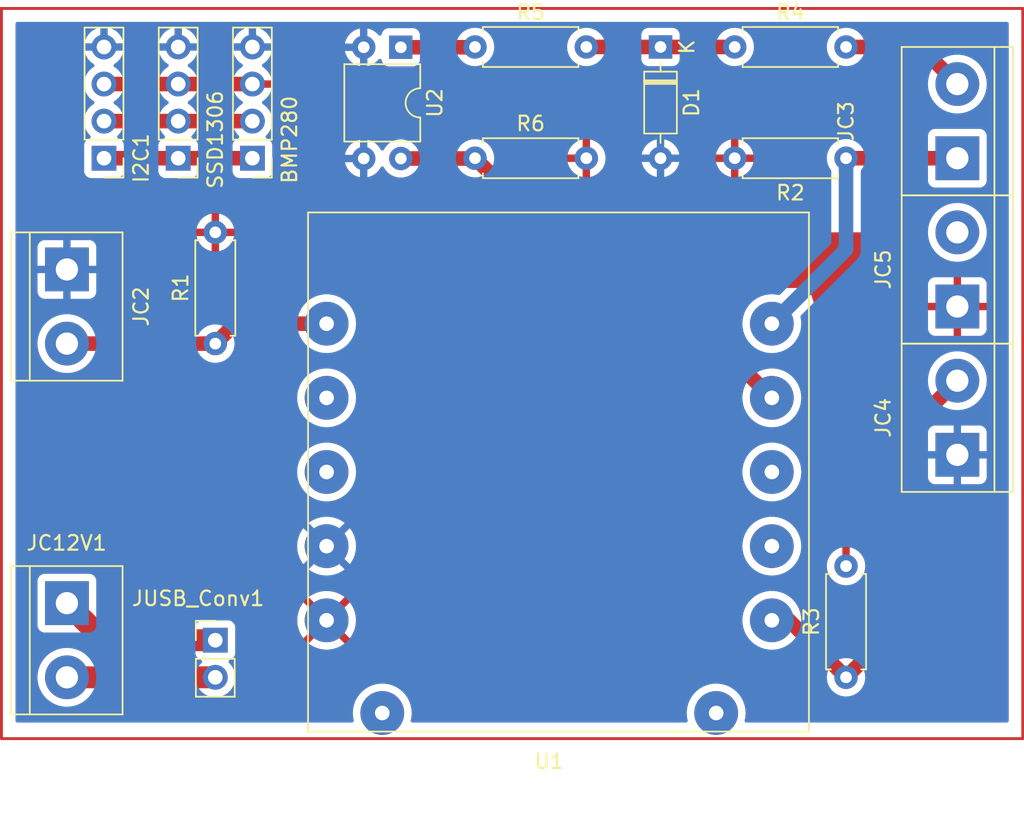
<source format=kicad_pcb>
(kicad_pcb (version 20211014) (generator pcbnew)
  (layers (0 "F.Cu" signal) (31 "B.Cu" signal) (34 "B.Paste" user) (35 "F.Paste" user) (36 "B.SilkS" user "B.Silkscreen") (37 "F.SilkS" user "F.Silkscreen") (38 "B.Mask" user) (39 "F.Mask" user) (44 "Edge.Cuts" user))
  (net 0 "")
  (net 1 "GND")
  (net 2 "VCC")
  (net 3 "SCL")
  (net 4 "SDA")
  (net 5 "Tank_Gauge")
  (net 6 "Alternator W")
  (net 7 "DS18B20 Sensor")
  (net 8 "Net-(JC12V1-Pad1)")
  (net 9 "FAE31020 Sensor")
  (net 15 "Net-(R4-Pad1)")
  (net 16 "Net-(U2-Pad1)")
  (net 17 "Net-(JUSB_Conv1-Pad2)")
  (net 18 "Net-(R6-Pad1)")
  (footprint "Connector_PinHeader_2.54mm:PinHeader_1x04_P2.54mm_Vertical" (layer "F.Cu") (at 104.14 53.34 180)
    (fp_text reference "SSD1306" (at -2.54 1.27 90) (layer "F.SilkS"))
    (fp_text value "SSD1306" hide)
    (fp_line (start -1.33 8.95) (end 1.33 8.95) (layer "F.SilkS") (width 0.12))
    (fp_line (start -1.33 1.27) (end -1.33 8.95) (layer "F.SilkS") (width 0.12))
    (fp_line (start -1.33 0) (end -1.33 -1.33) (layer "F.SilkS") (width 0.12))
    (fp_line (start 1.33 1.27) (end 1.33 8.95) (layer "F.SilkS") (width 0.12))
    (fp_line (start -1.33 -1.33) (end 0 -1.33) (layer "F.SilkS") (width 0.12))
    (fp_line (start -1.33 1.27) (end 1.33 1.27) (layer "F.SilkS") (width 0.12))
    (pad "1" thru_hole rect (at 0 0 180) (size 1.7 1.7) (drill 1) (layers *.Cu *.Mask) (net 4 "SDA"))
    (pad "2" thru_hole oval (at 0 2.54 180) (size 1.7 1.7) (drill 1) (layers *.Cu *.Mask) (net 3 "SCL"))
    (pad "3" thru_hole oval (at 0 5.08 180) (size 1.7 1.7) (drill 1) (layers *.Cu *.Mask) (net 2 "VCC"))
    (pad "4" thru_hole oval (at 0 7.62 180) (size 1.7 1.7) (drill 1) (layers *.Cu *.Mask) (net 1 "GND"))
  )
  (footprint "Resistor_THT:R_Axial_DIN0207_L6.3mm_D2.5mm_P7.62mm_Horizontal" (layer "F.Cu") (at 142.24 45.72)
    (fp_text reference "R4" (at 3.81 -2.37) (layer "F.SilkS"))
    (fp_text value "4.7K")
    (fp_line (start 0.54 -1.04) (end 0.54 -1.37) (layer "F.SilkS") (width 0.12))
    (fp_line (start 7.08 1.37) (end 7.08 1.04) (layer "F.SilkS") (width 0.12))
    (fp_line (start 0.54 -1.37) (end 7.08 -1.37) (layer "F.SilkS") (width 0.12))
    (fp_line (start 0.54 1.04) (end 0.54 1.37) (layer "F.SilkS") (width 0.12))
    (fp_line (start 0.54 1.37) (end 7.08 1.37) (layer "F.SilkS") (width 0.12))
    (fp_line (start 7.08 -1.37) (end 7.08 -1.04) (layer "F.SilkS") (width 0.12))
    (pad "1" thru_hole circle (at 0 0) (size 1.6 1.6) (drill 0.8) (layers *.Cu *.Mask) (net 15 "Net-(R4-Pad1)"))
    (pad "2" thru_hole oval (at 7.62 0) (size 1.6 1.6) (drill 0.8) (layers *.Cu *.Mask) (net 6 "Alternator W"))
  )
  (footprint "DFRobot - Modules:Beetle ESP32 (DFR0575)" (layer "F.Cu") (at 129.54 95.155)
    (fp_text reference "U1" (at 0 -0.5 unlocked) (layer "F.SilkS"))
    (fp_text value "DFR0575")
    (fp_line (start 17.78 -38.1) (end -16.51 -38.1) (layer "F.SilkS") (width 0.12))
    (fp_line (start 17.78 -2.54) (end 17.78 -38.1) (layer "F.SilkS") (width 0.12))
    (fp_line (start 0 -2.54) (end 17.78 -2.54) (layer "F.SilkS") (width 0.12))
    (fp_line (start -16.51 -2.54) (end 0 -2.54) (layer "F.SilkS") (width 0.12))
    (fp_line (start -16.51 -38.1) (end -16.51 -2.54) (layer "F.SilkS") (width 0.12))
    (pad "3V3" thru_hole circle (at -15.24 -10.16) (size 3 3) (drill 1) (layers *.Cu *.Mask) (net 2 "VCC"))
    (pad "A0" thru_hole circle (at -15.24 -20.32) (size 3 3) (drill 1) (layers *.Cu *.Mask))
    (pad "A1" thru_hole circle (at -15.24 -25.4) (size 3 3) (drill 1) (layers *.Cu *.Mask))
    (pad "A2" thru_hole circle (at -15.24 -30.48) (size 3 3) (drill 1) (layers *.Cu *.Mask) (net 5 "Tank_Gauge"))
    (pad "A3" thru_hole circle (at 15.24 -30.48) (size 3 3) (drill 1) (layers *.Cu *.Mask) (net 9 "FAE31020 Sensor"))
    (pad "D2" thru_hole circle (at 15.24 -25.4) (size 3 3) (drill 1) (layers *.Cu *.Mask) (net 18 "Net-(R6-Pad1)"))
    (pad "D3" thru_hole circle (at 15.24 -20.32) (size 3 3) (drill 1) (layers *.Cu *.Mask))
    (pad "D4" thru_hole circle (at 15.24 -15.24) (size 3 3) (drill 1) (layers *.Cu *.Mask))
    (pad "D7" thru_hole circle (at 15.24 -10.16) (size 3 3) (drill 1) (layers *.Cu *.Mask) (net 7 "DS18B20 Sensor"))
    (pad "GND1" thru_hole circle (at -15.24 -15.24) (size 3 3) (drill 1) (layers *.Cu *.Mask) (net 1 "GND"))
    (pad "GND2" thru_hole circle (at -11.43 -3.81) (size 3 3) (drill 1) (layers *.Cu *.Mask))
    (pad "RX" smd rect (at 3.81 -25.4) (size 3 3) (layers "F.Cu" "F.Paste" "F.Mask"))
    (pad "SCL" smd rect (at -3.81 -30.48) (size 3 3) (layers "F.Cu" "F.Paste" "F.Mask") (net 3 "SCL"))
    (pad "SDA" smd rect (at -3.81 -25.4) (size 3 3) (layers "F.Cu" "F.Paste" "F.Mask") (net 4 "SDA"))
    (pad "TX" smd rect (at 3.81 -30.48) (size 3 3) (layers "F.Cu" "F.Paste" "F.Mask"))
    (pad "VIN" thru_hole circle (at 11.43 -3.81) (size 3 3) (drill 1) (layers *.Cu *.Mask))
  )
  (footprint "Resistor_THT:R_Axial_DIN0207_L6.3mm_D2.5mm_P7.62mm_Horizontal" (layer "F.Cu") (at 106.68 66.04 90)
    (fp_text reference "R1" (at 3.81 -2.37 90) (layer "F.SilkS"))
    (fp_text value "100")
    (fp_line (start 0.54 -1.04) (end 0.54 -1.37) (layer "F.SilkS") (width 0.12))
    (fp_line (start 7.08 -1.37) (end 7.08 -1.04) (layer "F.SilkS") (width 0.12))
    (fp_line (start 0.54 1.04) (end 0.54 1.37) (layer "F.SilkS") (width 0.12))
    (fp_line (start 0.54 -1.37) (end 7.08 -1.37) (layer "F.SilkS") (width 0.12))
    (fp_line (start 7.08 1.37) (end 7.08 1.04) (layer "F.SilkS") (width 0.12))
    (fp_line (start 0.54 1.37) (end 7.08 1.37) (layer "F.SilkS") (width 0.12))
    (pad "1" thru_hole circle (at 0 0 90) (size 1.6 1.6) (drill 0.8) (layers *.Cu *.Mask) (net 5 "Tank_Gauge"))
    (pad "2" thru_hole oval (at 7.62 0 90) (size 1.6 1.6) (drill 0.8) (layers *.Cu *.Mask) (net 2 "VCC"))
  )
  (footprint "TerminalBlock:TerminalBlock_bornier-2_P5.08mm" (layer "F.Cu") (at 157.48 53.34 90)
    (fp_text reference "JC3" (at 2.54 -7.62 90) (layer "F.SilkS"))
    (fp_text value "Screw_Terminal_01x02" hide)
    (fp_line (start 7.62 2.54) (end -2.54 2.54) (layer "F.SilkS") (width 0.12))
    (fp_line (start 7.62 3.81) (end 7.62 -3.81) (layer "F.SilkS") (width 0.12))
    (fp_line (start 7.62 -3.81) (end -2.54 -3.81) (layer "F.SilkS") (width 0.12))
    (fp_line (start -2.54 3.81) (end 7.62 3.81) (layer "F.SilkS") (width 0.12))
    (fp_line (start -2.54 -3.81) (end -2.54 3.81) (layer "F.SilkS") (width 0.12))
    (pad "1" thru_hole rect (at 0 0 90) (size 3 3) (drill 1.52) (layers *.Cu *.Mask) (net 9 "FAE31020 Sensor"))
    (pad "2" thru_hole circle (at 5.08 0 90) (size 3 3) (drill 1.52) (layers *.Cu *.Mask) (net 6 "Alternator W"))
  )
  (footprint "TerminalBlock:TerminalBlock_bornier-2_P5.08mm" (layer "F.Cu") (at 157.48 73.66 90)
    (fp_text reference "JC4" (at 2.54 -5.08 90) (layer "F.SilkS"))
    (fp_text value "Screw_Terminal_01x02" hide)
    (fp_line (start 7.62 2.54) (end -2.54 2.54) (layer "F.SilkS") (width 0.12))
    (fp_line (start 7.62 3.81) (end 7.62 -3.81) (layer "F.SilkS") (width 0.12))
    (fp_line (start -2.54 -3.81) (end -2.54 3.81) (layer "F.SilkS") (width 0.12))
    (fp_line (start 7.62 -3.81) (end -2.54 -3.81) (layer "F.SilkS") (width 0.12))
    (fp_line (start -2.54 3.81) (end 7.62 3.81) (layer "F.SilkS") (width 0.12))
    (pad "1" thru_hole rect (at 0 0 90) (size 3 3) (drill 1.52) (layers *.Cu *.Mask) (net 1 "GND"))
    (pad "2" thru_hole circle (at 5.08 0 90) (size 3 3) (drill 1.52) (layers *.Cu *.Mask) (net 7 "DS18B20 Sensor"))
  )
  (footprint "TerminalBlock:TerminalBlock_bornier-2_P5.08mm" (layer "F.Cu") (at 96.52 60.96 -90)
    (fp_text reference "JC2" (at 2.54 -5.08 90) (layer "F.SilkS"))
    (fp_text value "Screw_Terminal_01x02" hide)
    (fp_line (start 7.62 2.54) (end -2.54 2.54) (layer "F.SilkS") (width 0.12))
    (fp_line (start -2.54 -3.81) (end -2.54 3.81) (layer "F.SilkS") (width 0.12))
    (fp_line (start 7.62 -3.81) (end -2.54 -3.81) (layer "F.SilkS") (width 0.12))
    (fp_line (start -2.54 3.81) (end 7.62 3.81) (layer "F.SilkS") (width 0.12))
    (fp_line (start 7.62 3.81) (end 7.62 -3.81) (layer "F.SilkS") (width 0.12))
    (pad "1" thru_hole rect (at 0 0 270) (size 3 3) (drill 1.52) (layers *.Cu *.Mask) (net 1 "GND"))
    (pad "2" thru_hole circle (at 5.08 0 270) (size 3 3) (drill 1.52) (layers *.Cu *.Mask) (net 5 "Tank_Gauge"))
  )
  (footprint "Package_DIP:DIP-4_W7.62mm" (layer "F.Cu") (at 119.38 45.74 -90)
    (fp_text reference "U2" (at 3.81 -2.33 90) (layer "F.SilkS"))
    (fp_text value "SFH617A-1")
    (fp_line (start 6.46 3.87) (end 6.46 -1.33) (layer "F.SilkS") (width 0.12))
    (fp_line (start 6.46 -1.33) (end 4.81 -1.33) (layer "F.SilkS") (width 0.12))
    (fp_line (start 2.81 -1.33) (end 1.16 -1.33) (layer "F.SilkS") (width 0.12))
    (fp_line (start 1.16 -1.33) (end 1.16 3.87) (layer "F.SilkS") (width 0.12))
    (fp_line (start 1.16 3.87) (end 6.46 3.87) (layer "F.SilkS") (width 0.12))
    (fp_arc (start 4.81 -1.33) (mid 3.81 -0.33) (end 2.81 -1.33) (layer "F.SilkS") (width 0.12))
    (pad "1" thru_hole rect (at 0 0 270) (size 1.6 1.6) (drill 0.8) (layers *.Cu *.Mask) (net 16 "Net-(U2-Pad1)"))
    (pad "2" thru_hole oval (at 0 2.54 270) (size 1.6 1.6) (drill 0.8) (layers *.Cu *.Mask) (net 1 "GND"))
    (pad "3" thru_hole oval (at 7.62 2.54 270) (size 1.6 1.6) (drill 0.8) (layers *.Cu *.Mask) (net 1 "GND"))
    (pad "4" thru_hole oval (at 7.62 0 270) (size 1.6 1.6) (drill 0.8) (layers *.Cu *.Mask) (net 18 "Net-(R6-Pad1)"))
  )
  (footprint "TerminalBlock:TerminalBlock_bornier-2_P5.08mm" (layer "F.Cu") (at 96.52 83.82 -90)
    (fp_text reference "JC12V1" (at -4.12 0.02 180) (layer "F.SilkS"))
    (fp_text value "Screw_Terminal_01x02" hide)
    (fp_line (start -2.54 3.81) (end 7.62 3.81) (layer "F.SilkS") (width 0.12))
    (fp_line (start 7.62 3.81) (end 7.62 -3.81) (layer "F.SilkS") (width 0.12))
    (fp_line (start 7.62 -3.81) (end -2.54 -3.81) (layer "F.SilkS") (width 0.12))
    (fp_line (start 7.62 2.54) (end -2.54 2.54) (layer "F.SilkS") (width 0.12))
    (fp_line (start -2.54 -3.81) (end -2.54 3.81) (layer "F.SilkS") (width 0.12))
    (pad "1" thru_hole rect (at 0 0 270) (size 3 3) (drill 1.52) (layers *.Cu *.Mask) (net 8 "Net-(JC12V1-Pad1)"))
    (pad "2" thru_hole circle (at 5.08 0 270) (size 3 3) (drill 1.52) (layers *.Cu *.Mask) (net 17 "Net-(JUSB_Conv1-Pad2)"))
  )
  (footprint "Connector_PinHeader_2.54mm:PinHeader_1x02_P2.54mm_Vertical" (layer "F.Cu") (at 106.68 86.36)
    (fp_text reference "JUSB_Conv1" (at -1.18 -2.86) (layer "F.SilkS"))
    (fp_text value "Conn_01x02" hide)
    (fp_line (start -1.33 -1.33) (end 0 -1.33) (layer "F.SilkS") (width 0.12))
    (fp_line (start -1.33 3.87) (end 1.33 3.87) (layer "F.SilkS") (width 0.12))
    (fp_line (start -1.33 1.27) (end -1.33 3.87) (layer "F.SilkS") (width 0.12))
    (fp_line (start 1.33 1.27) (end 1.33 3.87) (layer "F.SilkS") (width 0.12))
    (fp_line (start -1.33 0) (end -1.33 -1.33) (layer "F.SilkS") (width 0.12))
    (fp_line (start -1.33 1.27) (end 1.33 1.27) (layer "F.SilkS") (width 0.12))
    (pad "1" thru_hole rect (at 0 0) (size 1.7 1.7) (drill 1) (layers *.Cu *.Mask) (net 8 "Net-(JC12V1-Pad1)"))
    (pad "2" thru_hole oval (at 0 2.54) (size 1.7 1.7) (drill 1) (layers *.Cu *.Mask) (net 17 "Net-(JUSB_Conv1-Pad2)"))
  )
  (footprint "TerminalBlock:TerminalBlock_bornier-2_P5.08mm" (layer "F.Cu") (at 157.48 63.5 90)
    (fp_text reference "JC5" (at 2.54 -5.08 90) (layer "F.SilkS"))
    (fp_text value "Screw_Terminal_01x02" hide)
    (fp_line (start 7.62 3.81) (end 7.62 -3.81) (layer "F.SilkS") (width 0.12))
    (fp_line (start 7.62 2.54) (end -2.54 2.54) (layer "F.SilkS") (width 0.12))
    (fp_line (start -2.54 -3.81) (end -2.54 3.81) (layer "F.SilkS") (width 0.12))
    (fp_line (start 7.62 -3.81) (end -2.54 -3.81) (layer "F.SilkS") (width 0.12))
    (fp_line (start -2.54 3.81) (end 7.62 3.81) (layer "F.SilkS") (width 0.12))
    (pad "1" thru_hole rect (at 0 0 90) (size 3 3) (drill 1.52) (layers *.Cu *.Mask) (net 2 "VCC"))
    (pad "2" thru_hole circle (at 5.08 0 90) (size 3 3) (drill 1.52) (layers *.Cu *.Mask))
  )
  (footprint "Diode_THT:D_DO-35_SOD27_P7.62mm_Horizontal" (layer "F.Cu") (at 137.16 45.72 -90)
    (fp_text reference "D1" (at 3.81 -2.12 90) (layer "F.SilkS"))
    (fp_text value "BZV55C3V3")
    (fp_text user "K" (at 0 -1.8 90) (layer "F.SilkS"))
    (fp_line (start 1.04 0) (end 1.69 0) (layer "F.SilkS") (width 0.12))
    (fp_line (start 2.41 -1.12) (end 2.41 1.12) (layer "F.SilkS") (width 0.12))
    (fp_line (start 1.69 -1.12) (end 1.69 1.12) (layer "F.SilkS") (width 0.12))
    (fp_line (start 5.93 1.12) (end 5.93 -1.12) (layer "F.SilkS") (width 0.12))
    (fp_line (start 2.53 -1.12) (end 2.53 1.12) (layer "F.SilkS") (width 0.12))
    (fp_line (start 6.58 0) (end 5.93 0) (layer "F.SilkS") (width 0.12))
    (fp_line (start 5.93 -1.12) (end 1.69 -1.12) (layer "F.SilkS") (width 0.12))
    (fp_line (start 2.29 -1.12) (end 2.29 1.12) (layer "F.SilkS") (width 0.12))
    (fp_line (start 1.69 1.12) (end 5.93 1.12) (layer "F.SilkS") (width 0.12))
    (pad "1" thru_hole rect (at 0 0 270) (size 1.6 1.6) (drill 0.8) (layers *.Cu *.Mask) (net 15 "Net-(R4-Pad1)"))
    (pad "2" thru_hole oval (at 7.62 0 270) (size 1.6 1.6) (drill 0.8) (layers *.Cu *.Mask) (net 1 "GND"))
  )
  (footprint "Connector_PinHeader_2.54mm:PinHeader_1x04_P2.54mm_Vertical" (layer "F.Cu") (at 109.22 53.34 180)
    (fp_text reference "BMP280" (at -2.54 1.27 90) (layer "F.SilkS"))
    (fp_text value "BMP280" hide)
    (fp_line (start -1.33 0) (end -1.33 -1.33) (layer "F.SilkS") (width 0.12))
    (fp_line (start -1.33 -1.33) (end 0 -1.33) (layer "F.SilkS") (width 0.12))
    (fp_line (start -1.33 1.27) (end -1.33 8.95) (layer "F.SilkS") (width 0.12))
    (fp_line (start 1.33 1.27) (end 1.33 8.95) (layer "F.SilkS") (width 0.12))
    (fp_line (start -1.33 1.27) (end 1.33 1.27) (layer "F.SilkS") (width 0.12))
    (fp_line (start -1.33 8.95) (end 1.33 8.95) (layer "F.SilkS") (width 0.12))
    (pad "1" thru_hole rect (at 0 0 180) (size 1.7 1.7) (drill 1) (layers *.Cu *.Mask) (net 4 "SDA"))
    (pad "2" thru_hole oval (at 0 2.54 180) (size 1.7 1.7) (drill 1) (layers *.Cu *.Mask) (net 3 "SCL"))
    (pad "3" thru_hole oval (at 0 5.08 180) (size 1.7 1.7) (drill 1) (layers *.Cu *.Mask) (net 2 "VCC"))
    (pad "4" thru_hole oval (at 0 7.62 180) (size 1.7 1.7) (drill 1) (layers *.Cu *.Mask) (net 1 "GND"))
  )
  (footprint "Resistor_THT:R_Axial_DIN0207_L6.3mm_D2.5mm_P7.62mm_Horizontal" (layer "F.Cu") (at 149.86 88.9 90)
    (fp_text reference "R3" (at 3.81 -2.37 90) (layer "F.SilkS"))
    (fp_text value "4.7K")
    (fp_line (start 0.54 1.37) (end 7.08 1.37) (layer "F.SilkS") (width 0.12))
    (fp_line (start 7.08 1.37) (end 7.08 1.04) (layer "F.SilkS") (width 0.12))
    (fp_line (start 7.08 -1.37) (end 7.08 -1.04) (layer "F.SilkS") (width 0.12))
    (fp_line (start 0.54 1.04) (end 0.54 1.37) (layer "F.SilkS") (width 0.12))
    (fp_line (start 0.54 -1.37) (end 7.08 -1.37) (layer "F.SilkS") (width 0.12))
    (fp_line (start 0.54 -1.04) (end 0.54 -1.37) (layer "F.SilkS") (width 0.12))
    (pad "1" thru_hole circle (at 0 0 90) (size 1.6 1.6) (drill 0.8) (layers *.Cu *.Mask) (net 7 "DS18B20 Sensor"))
    (pad "2" thru_hole oval (at 7.62 0 90) (size 1.6 1.6) (drill 0.8) (layers *.Cu *.Mask) (net 2 "VCC"))
  )
  (footprint "Resistor_THT:R_Axial_DIN0207_L6.3mm_D2.5mm_P7.62mm_Horizontal" (layer "F.Cu") (at 124.46 53.34)
    (fp_text reference "R6" (at 3.81 -2.37) (layer "F.SilkS"))
    (fp_text value "4.7K")
    (fp_line (start 0.54 1.37) (end 7.08 1.37) (layer "F.SilkS") (width 0.12))
    (fp_line (start 7.08 -1.37) (end 7.08 -1.04) (layer "F.SilkS") (width 0.12))
    (fp_line (start 0.54 1.04) (end 0.54 1.37) (layer "F.SilkS") (width 0.12))
    (fp_line (start 7.08 1.37) (end 7.08 1.04) (layer "F.SilkS") (width 0.12))
    (fp_line (start 0.54 -1.04) (end 0.54 -1.37) (layer "F.SilkS") (width 0.12))
    (fp_line (start 0.54 -1.37) (end 7.08 -1.37) (layer "F.SilkS") (width 0.12))
    (pad "1" thru_hole circle (at 0 0) (size 1.6 1.6) (drill 0.8) (layers *.Cu *.Mask) (net 18 "Net-(R6-Pad1)"))
    (pad "2" thru_hole oval (at 7.62 0) (size 1.6 1.6) (drill 0.8) (layers *.Cu *.Mask) (net 2 "VCC"))
  )
  (footprint "Resistor_THT:R_Axial_DIN0207_L6.3mm_D2.5mm_P7.62mm_Horizontal" (layer "F.Cu") (at 124.46 45.72)
    (fp_text reference "R5" (at 3.81 -2.37) (layer "F.SilkS"))
    (fp_text value "220")
    (fp_line (start 0.54 1.04) (end 0.54 1.37) (layer "F.SilkS") (width 0.12))
    (fp_line (start 7.08 1.37) (end 7.08 1.04) (layer "F.SilkS") (width 0.12))
    (fp_line (start 0.54 1.37) (end 7.08 1.37) (layer "F.SilkS") (width 0.12))
    (fp_line (start 7.08 -1.37) (end 7.08 -1.04) (layer "F.SilkS") (width 0.12))
    (fp_line (start 0.54 -1.04) (end 0.54 -1.37) (layer "F.SilkS") (width 0.12))
    (fp_line (start 0.54 -1.37) (end 7.08 -1.37) (layer "F.SilkS") (width 0.12))
    (pad "1" thru_hole circle (at 0 0) (size 1.6 1.6) (drill 0.8) (layers *.Cu *.Mask) (net 16 "Net-(U2-Pad1)"))
    (pad "2" thru_hole oval (at 7.62 0) (size 1.6 1.6) (drill 0.8) (layers *.Cu *.Mask) (net 15 "Net-(R4-Pad1)"))
  )
  (footprint "Connector_PinHeader_2.54mm:PinHeader_1x04_P2.54mm_Vertical" (layer "F.Cu") (at 99.06 53.34 180)
    (fp_text reference "I2C1" (at -2.54 0 90) (layer "F.SilkS"))
    (fp_text value "I2C" hide)
    (fp_line (start -1.33 0) (end -1.33 -1.33) (layer "F.SilkS") (width 0.12))
    (fp_line (start -1.33 8.95) (end 1.33 8.95) (layer "F.SilkS") (width 0.12))
    (fp_line (start -1.33 1.27) (end -1.33 8.95) (layer "F.SilkS") (width 0.12))
    (fp_line (start -1.33 1.27) (end 1.33 1.27) (layer "F.SilkS") (width 0.12))
    (fp_line (start -1.33 -1.33) (end 0 -1.33) (layer "F.SilkS") (width 0.12))
    (fp_line (start 1.33 1.27) (end 1.33 8.95) (layer "F.SilkS") (width 0.12))
    (pad "1" thru_hole rect (at 0 0 180) (size 1.7 1.7) (drill 1) (layers *.Cu *.Mask) (net 4 "SDA"))
    (pad "2" thru_hole oval (at 0 2.54 180) (size 1.7 1.7) (drill 1) (layers *.Cu *.Mask) (net 3 "SCL"))
    (pad "3" thru_hole oval (at 0 5.08 180) (size 1.7 1.7) (drill 1) (layers *.Cu *.Mask) (net 2 "VCC"))
    (pad "4" thru_hole oval (at 0 7.62 180) (size 1.7 1.7) (drill 1) (layers *.Cu *.Mask) (net 1 "GND"))
  )
  (footprint "Resistor_THT:R_Axial_DIN0207_L6.3mm_D2.5mm_P7.62mm_Horizontal" (layer "F.Cu") (at 149.86 53.34 180)
    (fp_text reference "R2" (at 3.81 -2.37) (layer "F.SilkS"))
    (fp_text value "4.7K")
    (fp_line (start 0.54 -1.37) (end 7.08 -1.37) (layer "F.SilkS") (width 0.12))
    (fp_line (start 7.08 1.37) (end 7.08 1.04) (layer "F.SilkS") (width 0.12))
    (fp_line (start 0.54 1.04) (end 0.54 1.37) (layer "F.SilkS") (width 0.12))
    (fp_line (start 7.08 -1.37) (end 7.08 -1.04) (layer "F.SilkS") (width 0.12))
    (fp_line (start 0.54 1.37) (end 7.08 1.37) (layer "F.SilkS") (width 0.12))
    (fp_line (start 0.54 -1.04) (end 0.54 -1.37) (layer "F.SilkS") (width 0.12))
    (pad "1" thru_hole circle (at 0 0 180) (size 1.6 1.6) (drill 0.8) (layers *.Cu *.Mask) (net 9 "FAE31020 Sensor"))
    (pad "2" thru_hole oval (at 7.62 0 180) (size 1.6 1.6) (drill 0.8) (layers *.Cu *.Mask) (net 2 "VCC"))
  )
  (gr_rect (start 92.04 43.08) (end 161.96 93.1) (layer "F.Cu") (width 0.2) (fill none))
  (segment (start 99.06 48.26) (end 104.14 48.26) (width 1) (layer "F.Cu") (net 2))
  (segment (start 109.22 48.26) (end 104.14 48.26) (width 1) (layer "F.Cu") (net 2))
  (segment (start 109.22 50.8) (end 104.14 50.8) (width 1) (layer "F.Cu") (net 3))
  (segment (start 99.06 50.8) (end 104.14 50.8) (width 1) (layer "F.Cu") (net 3))
  (segment (start 99.06 53.34) (end 104.14 53.34) (width 1) (layer "F.Cu") (net 4))
  (segment (start 104.14 53.34) (end 109.22 53.34) (width 1) (layer "F.Cu") (net 4))
  (segment (start 114.3 64.675) (end 108.045 64.675) (width 1) (layer "F.Cu") (net 5))
  (segment (start 108.045 64.675) (end 106.68 66.04) (width 1) (layer "F.Cu") (net 5))
  (segment (start 106.68 66.04) (end 96.52 66.04) (width 1) (layer "F.Cu") (net 5))
  (segment (start 154.94 45.72) (end 157.48 48.26) (width 1) (layer "F.Cu") (net 6))
  (segment (start 149.86 45.72) (end 154.94 45.72) (width 1) (layer "F.Cu") (net 6))
  (segment (start 149.86 88.9) (end 153.67 85.09) (width 1) (layer "F.Cu") (net 7))
  (segment (start 144.78 84.995) (end 145.955 84.995) (width 1) (layer "F.Cu") (net 7))
  (segment (start 153.67 72.39) (end 157.48 68.58) (width 1) (layer "F.Cu") (net 7))
  (segment (start 153.67 85.09) (end 153.67 72.39) (width 1) (layer "F.Cu") (net 7))
  (segment (start 145.955 84.995) (end 149.86 88.9) (width 1) (layer "F.Cu") (net 7))
  (segment (start 106.68 86.36) (end 99.06 86.36) (width 1.5) (layer "F.Cu") (net 8))
  (segment (start 99.06 86.36) (end 96.52 83.82) (width 1.5) (layer "F.Cu") (net 8))
  (segment (start 157.48 53.34) (end 149.86 53.34) (width 1) (layer "F.Cu") (net 9))
  (segment (start 144.78 64.675) (end 149.86 59.595) (width 1) (layer "B.Cu") (net 9))
  (segment (start 149.765 59.69) (end 149.86 59.69) (width 0.25) (layer "B.Cu") (net 9))
  (segment (start 149.86 59.595) (end 149.86 53.34) (width 1) (layer "B.Cu") (net 9))
  (segment (start 132.08 45.72) (end 137.16 45.72) (width 1) (layer "F.Cu") (net 15))
  (segment (start 137.16 45.72) (end 142.24 45.72) (width 1) (layer "F.Cu") (net 15))
  (segment (start 119.38 45.74) (end 124.44 45.74) (width 1) (layer "F.Cu") (net 16))
  (segment (start 124.44 45.74) (end 124.46 45.72) (width 1) (layer "F.Cu") (net 16))
  (segment (start 106.68 88.9) (end 96.52 88.9) (width 1.5) (layer "F.Cu") (net 17))
  (segment (start 124.44 53.36) (end 124.46 53.34) (width 1) (layer "F.Cu") (net 18))
  (segment (start 129.54 58.42) (end 133.445 58.42) (width 1) (layer "F.Cu") (net 18))
  (segment (start 133.445 58.42) (end 144.78 69.755) (width 1) (layer "F.Cu") (net 18))
  (segment (start 119.38 53.36) (end 124.44 53.36) (width 1) (layer "F.Cu") (net 18))
  (segment (start 124.46 53.34) (end 129.54 58.42) (width 1) (layer "F.Cu") (net 18))
  (zone (net 2) (net_name "VCC") (layer "F.Cu") (connect_pads (clearance 0.508)) (min_thickness 0.254) (fill yes (thermal_gap 0.508) (thermal_bridge_width 0.508))
    (polygon (pts (xy 115.57 48.26) (xy 130.81 48.26) (xy 133.35 50.8) (xy 133.35 54.61) (xy 134.62 55.88) (xy 138.43 55.88) (xy 139.7 54.61) (xy 139.7 52.07) (xy 140.97 50.8) (xy 143.51 50.8) (xy 144.78 52.07) (xy 144.78 57.15) (xy 146.05 58.42) (xy 152.4 58.42) (xy 154.94 60.96) (xy 158.75 60.96) (xy 160.02 62.23) (xy 160.02 64.77) (xy 158.75 66.04) (xy 155.575 66.04) (xy 151.13 71.12) (xy 151.13 82.55) (xy 148.59 82.55) (xy 148.59 66.04) (xy 147.32 62.23) (xy 143.51 62.23) (xy 140.97 64.77) (xy 140.97 83.82) (xy 137.16 87.63) (xy 120.65 87.63) (xy 111.76 87.63) (xy 110.49 86.36) (xy 110.49 85.09) (xy 110.49 83.82) (xy 111.76 82.55) (xy 118.11 82.55) (xy 118.035295 63.5) (xy 115.57 60.96) (xy 105.41 60.96) (xy 104.14 59.69) (xy 104.14 57.15) (xy 105.41 55.88) (xy 106.68 55.88) (xy 110.49 55.88) (xy 111.76 54.61) (xy 111.76 49.53) (xy 107.95 49.54) (xy 107.95 46.99) (xy 114.3 46.99)))
  )
  (zone (net 1) (net_name "GND") (layer "B.Cu") (connect_pads (clearance 0.508)) (min_thickness 0.254) (fill yes (thermal_gap 0.508) (thermal_bridge_width 0.508))
    (polygon (pts (xy 161 92) (xy 93 92) (xy 93 44) (xy 161 44)))
  )
)
</source>
